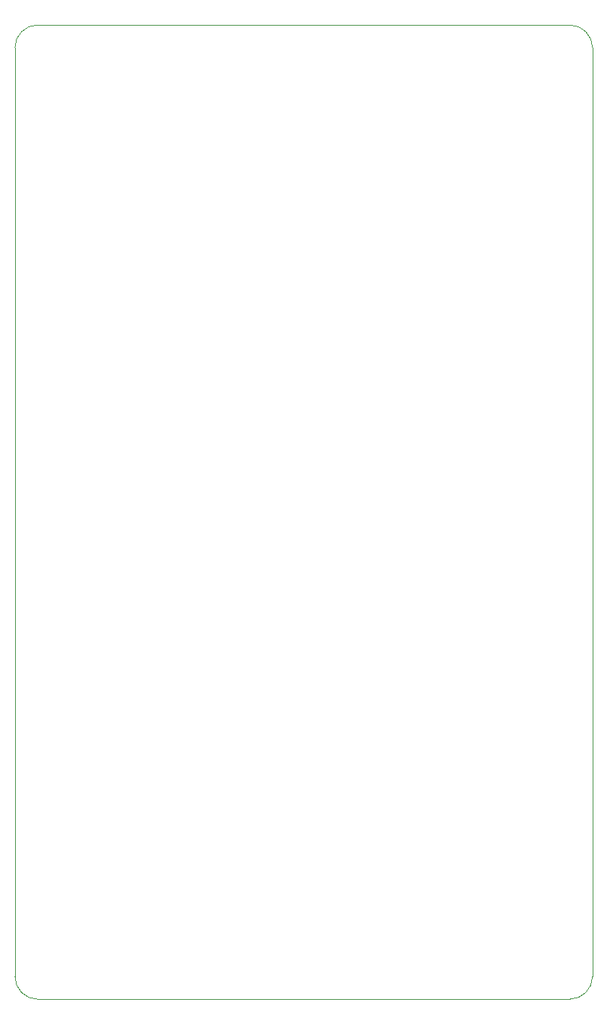
<source format=gbr>
%TF.GenerationSoftware,KiCad,Pcbnew,7.0.10*%
%TF.CreationDate,2024-05-23T22:52:30+02:00*%
%TF.ProjectId,teensy-eurorack,7465656e-7379-42d6-9575-726f7261636b,rev?*%
%TF.SameCoordinates,Original*%
%TF.FileFunction,Profile,NP*%
%FSLAX46Y46*%
G04 Gerber Fmt 4.6, Leading zero omitted, Abs format (unit mm)*
G04 Created by KiCad (PCBNEW 7.0.10) date 2024-05-23 22:52:30*
%MOMM*%
%LPD*%
G01*
G04 APERTURE LIST*
%TA.AperFunction,Profile*%
%ADD10C,0.100000*%
%TD*%
G04 APERTURE END LIST*
D10*
X107950000Y-140970000D02*
X107950000Y-36830000D01*
X110490000Y-34290000D02*
X170180000Y-34290000D01*
X172720000Y-36830000D02*
X172720000Y-140970000D01*
X170180000Y-143510000D02*
X110490000Y-143510000D01*
X110490000Y-34290000D02*
G75*
G03*
X107950000Y-36830000I0J-2540000D01*
G01*
X172720000Y-36830000D02*
G75*
G03*
X170180000Y-34290000I-2540000J0D01*
G01*
X170180000Y-143510000D02*
G75*
G03*
X172720000Y-140970000I0J2540000D01*
G01*
X107950000Y-140970000D02*
G75*
G03*
X110490000Y-143510000I2540000J0D01*
G01*
M02*

</source>
